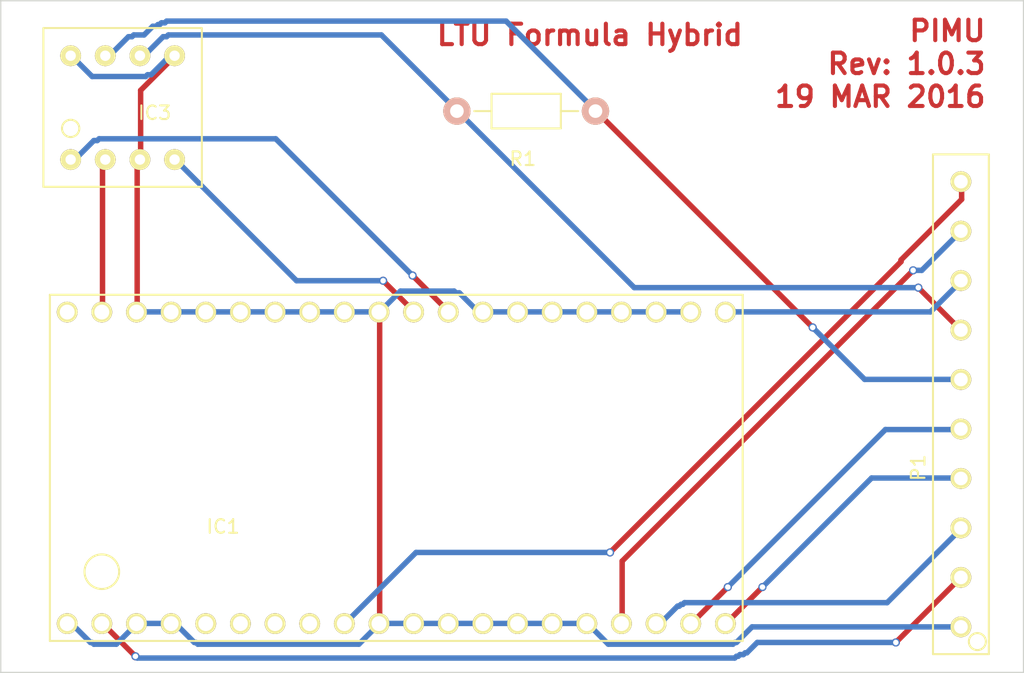
<source format=kicad_pcb>
(kicad_pcb (version 4) (host pcbnew 4.0.0-rc2-stable)

  (general
    (links 42)
    (no_connects 0)
    (area 145.415 91.44 220.599 140.843)
    (thickness 1.6)
    (drawings 6)
    (tracks 220)
    (zones 0)
    (modules 4)
    (nets 19)
  )

  (page A4)
  (title_block
    (title "Powertrain Integration Module")
    (date 2016-02-27)
    (rev 1.0)
    (company "LTU Formula Hybrid")
  )

  (layers
    (0 F.Cu signal)
    (31 B.Cu signal)
    (32 B.Adhes user)
    (33 F.Adhes user)
    (34 B.Paste user)
    (35 F.Paste user)
    (36 B.SilkS user)
    (37 F.SilkS user)
    (38 B.Mask user)
    (39 F.Mask user)
    (40 Dwgs.User user)
    (41 Cmts.User user)
    (42 Eco1.User user)
    (43 Eco2.User user)
    (44 Edge.Cuts user)
    (45 Margin user)
    (46 B.CrtYd user)
    (47 F.CrtYd user)
    (48 B.Fab user)
    (49 F.Fab user)
  )

  (setup
    (last_trace_width 0.4)
    (trace_clearance 0.5)
    (zone_clearance 0.508)
    (zone_45_only no)
    (trace_min 0.2)
    (segment_width 0.2)
    (edge_width 0.0254)
    (via_size 0.6)
    (via_drill 0.4)
    (via_min_size 0.4)
    (via_min_drill 0.3)
    (uvia_size 0.3)
    (uvia_drill 0.1)
    (uvias_allowed no)
    (uvia_min_size 0.2)
    (uvia_min_drill 0.1)
    (pcb_text_width 0.3)
    (pcb_text_size 1.5 1.5)
    (mod_edge_width 0.15)
    (mod_text_size 1 1)
    (mod_text_width 0.15)
    (pad_size 1.524 1.524)
    (pad_drill 0.762)
    (pad_to_mask_clearance 0.2)
    (aux_axis_origin 0 0)
    (visible_elements 7FFFFFFF)
    (pcbplotparams
      (layerselection 0x01030_80000001)
      (usegerberextensions true)
      (excludeedgelayer true)
      (linewidth 0.600000)
      (plotframeref false)
      (viasonmask false)
      (mode 1)
      (useauxorigin false)
      (hpglpennumber 1)
      (hpglpenspeed 20)
      (hpglpendiameter 15)
      (hpglpenoverlay 2)
      (psnegative false)
      (psa4output false)
      (plotreference true)
      (plotvalue true)
      (plotinvisibletext false)
      (padsonsilk false)
      (subtractmaskfromsilk false)
      (outputformat 1)
      (mirror false)
      (drillshape 0)
      (scaleselection 1)
      (outputdirectory pim_pcb/))
  )

  (net 0 "")
  (net 1 GND)
  (net 2 10VDC)
  (net 3 EM_MC)
  (net 4 "Net-(IC1-Pad29)")
  (net 5 "Net-(IC1-Pad30)")
  (net 6 "Net-(IC1-Pad39)")
  (net 7 3.3V)
  (net 8 CANL)
  (net 9 CANH)
  (net 10 FAN_CTRL)
  (net 11 MC_CTRL)
  (net 12 GPIO_01)
  (net 13 GPIO_02)
  (net 14 GPIO_03)
  (net 15 GPIO_04)
  (net 16 TP_CH2)
  (net 17 TP_CH1)
  (net 18 STARTER_SIG)

  (net_class Default "This is the default net class."
    (clearance 0.5)
    (trace_width 0.4)
    (via_dia 0.6)
    (via_drill 0.4)
    (uvia_dia 0.3)
    (uvia_drill 0.1)
    (add_net 10VDC)
    (add_net 3.3V)
    (add_net CANH)
    (add_net CANL)
    (add_net EM_MC)
    (add_net FAN_CTRL)
    (add_net GND)
    (add_net GPIO_01)
    (add_net GPIO_02)
    (add_net GPIO_03)
    (add_net GPIO_04)
    (add_net MC_CTRL)
    (add_net "Net-(IC1-Pad29)")
    (add_net "Net-(IC1-Pad30)")
    (add_net "Net-(IC1-Pad39)")
    (add_net STARTER_SIG)
    (add_net TP_CH1)
    (add_net TP_CH2)
  )

  (module schematic:LPC1768 (layer F.Cu) (tedit 56E85A06) (tstamp 56ED72E9)
    (at 149.1742 113.17224)
    (path /56C3976E)
    (fp_text reference IC1 (at 12.7 17.01) (layer F.SilkS)
      (effects (font (size 1 1) (thickness 0.15)))
    )
    (fp_text value LPC1768 (at 5.08 17.28) (layer F.Fab)
      (effects (font (size 1 1) (thickness 0.15)))
    )
    (fp_circle (center 3.81 20.32) (end 5.08 20.32) (layer F.SilkS) (width 0.15))
    (fp_line (start 0 0) (end 0 25.4) (layer F.SilkS) (width 0.15))
    (fp_line (start 0 25.4) (end 50.8 25.4) (layer F.SilkS) (width 0.15))
    (fp_line (start 50.8 25.4) (end 50.8 0) (layer F.SilkS) (width 0.15))
    (fp_line (start 50.8 0) (end 0 0) (layer F.SilkS) (width 0.15))
    (pad 1 thru_hole circle (at 1.27 24.13) (size 1.524 1.524) (drill 1.09) (layers *.Cu *.Mask F.SilkS)
      (net 1 GND))
    (pad 2 thru_hole circle (at 3.81 24.13) (size 1.524 1.524) (drill 1.09) (layers *.Cu *.Mask F.SilkS)
      (net 2 10VDC))
    (pad 3 thru_hole circle (at 6.35 24.13) (size 1.524 1.524) (drill 1.09) (layers *.Cu *.Mask F.SilkS)
      (net 1 GND))
    (pad 4 thru_hole circle (at 8.89 24.13) (size 1.524 1.524) (drill 1.09) (layers *.Cu *.Mask F.SilkS)
      (net 1 GND))
    (pad 5 thru_hole circle (at 11.43 24.13) (size 1.524 1.524) (drill 1.09) (layers *.Cu *.Mask F.SilkS)
      (net 12 GPIO_01))
    (pad 6 thru_hole circle (at 13.97 24.13) (size 1.524 1.524) (drill 1.09) (layers *.Cu *.Mask F.SilkS)
      (net 13 GPIO_02))
    (pad 7 thru_hole circle (at 16.51 24.13) (size 1.524 1.524) (drill 1.09) (layers *.Cu *.Mask F.SilkS)
      (net 14 GPIO_03))
    (pad 8 thru_hole circle (at 19.05 24.13) (size 1.524 1.524) (drill 1.09) (layers *.Cu *.Mask F.SilkS)
      (net 15 GPIO_04))
    (pad 9 thru_hole circle (at 21.59 24.13) (size 1.524 1.524) (drill 1.09) (layers *.Cu *.Mask F.SilkS)
      (net 18 STARTER_SIG))
    (pad 10 thru_hole circle (at 24.13 24.13) (size 1.524 1.524) (drill 1.09) (layers *.Cu *.Mask F.SilkS)
      (net 1 GND))
    (pad 11 thru_hole circle (at 26.67 24.13) (size 1.524 1.524) (drill 1.09) (layers *.Cu *.Mask F.SilkS)
      (net 1 GND))
    (pad 12 thru_hole circle (at 29.21 24.13) (size 1.524 1.524) (drill 1.09) (layers *.Cu *.Mask F.SilkS)
      (net 1 GND))
    (pad 13 thru_hole circle (at 31.75 24.13) (size 1.524 1.524) (drill 1.09) (layers *.Cu *.Mask F.SilkS)
      (net 1 GND))
    (pad 14 thru_hole circle (at 34.29 24.13) (size 1.524 1.524) (drill 1.09) (layers *.Cu *.Mask F.SilkS)
      (net 1 GND))
    (pad 15 thru_hole circle (at 36.83 24.13) (size 1.524 1.524) (drill 1.09) (layers *.Cu *.Mask F.SilkS)
      (net 1 GND))
    (pad 16 thru_hole circle (at 39.37 24.13) (size 1.524 1.524) (drill 1.09) (layers *.Cu *.Mask F.SilkS)
      (net 1 GND))
    (pad 17 thru_hole circle (at 41.91 24.13) (size 1.524 1.524) (drill 1.09) (layers *.Cu *.Mask F.SilkS)
      (net 10 FAN_CTRL))
    (pad 18 thru_hole circle (at 44.45 24.13) (size 1.524 1.524) (drill 1.09) (layers *.Cu *.Mask F.SilkS)
      (net 3 EM_MC))
    (pad 19 thru_hole circle (at 46.99 24.13) (size 1.524 1.524) (drill 1.09) (layers *.Cu *.Mask F.SilkS)
      (net 16 TP_CH2))
    (pad 20 thru_hole circle (at 49.53 24.13) (size 1.524 1.524) (drill 1.09) (layers *.Cu *.Mask F.SilkS)
      (net 17 TP_CH1))
    (pad 21 thru_hole circle (at 49.53 1.27) (size 1.524 1.524) (drill 1.09) (layers *.Cu *.Mask F.SilkS)
      (net 11 MC_CTRL))
    (pad 22 thru_hole circle (at 46.99 1.27) (size 1.524 1.524) (drill 1.09) (layers *.Cu *.Mask F.SilkS)
      (net 1 GND))
    (pad 23 thru_hole circle (at 44.45 1.27) (size 1.524 1.524) (drill 1.09) (layers *.Cu *.Mask F.SilkS)
      (net 1 GND))
    (pad 24 thru_hole circle (at 41.91 1.27) (size 1.524 1.524) (drill 1.09) (layers *.Cu *.Mask F.SilkS)
      (net 1 GND))
    (pad 25 thru_hole circle (at 39.37 1.27) (size 1.524 1.524) (drill 1.09) (layers *.Cu *.Mask F.SilkS)
      (net 1 GND))
    (pad 26 thru_hole circle (at 36.83 1.27) (size 1.524 1.524) (drill 1.09) (layers *.Cu *.Mask F.SilkS)
      (net 1 GND))
    (pad 27 thru_hole circle (at 34.29 1.27) (size 1.524 1.524) (drill 1.09) (layers *.Cu *.Mask F.SilkS)
      (net 1 GND))
    (pad 28 thru_hole circle (at 31.75 1.27) (size 1.524 1.524) (drill 1.09) (layers *.Cu *.Mask F.SilkS)
      (net 1 GND))
    (pad 29 thru_hole circle (at 29.21 1.27) (size 1.524 1.524) (drill 1.09) (layers *.Cu *.Mask F.SilkS)
      (net 4 "Net-(IC1-Pad29)"))
    (pad 30 thru_hole circle (at 26.67 1.27) (size 1.524 1.524) (drill 1.09) (layers *.Cu *.Mask F.SilkS)
      (net 5 "Net-(IC1-Pad30)"))
    (pad 31 thru_hole circle (at 24.13 1.27) (size 1.524 1.524) (drill 1.09) (layers *.Cu *.Mask F.SilkS)
      (net 1 GND))
    (pad 32 thru_hole circle (at 21.59 1.27) (size 1.524 1.524) (drill 1.09) (layers *.Cu *.Mask F.SilkS)
      (net 1 GND))
    (pad 33 thru_hole circle (at 19.05 1.27) (size 1.524 1.524) (drill 1.09) (layers *.Cu *.Mask F.SilkS)
      (net 1 GND))
    (pad 34 thru_hole circle (at 16.51 1.27) (size 1.524 1.524) (drill 1.09) (layers *.Cu *.Mask F.SilkS)
      (net 1 GND))
    (pad 35 thru_hole circle (at 13.97 1.27) (size 1.524 1.524) (drill 1.09) (layers *.Cu *.Mask F.SilkS)
      (net 1 GND))
    (pad 36 thru_hole circle (at 11.43 1.27) (size 1.524 1.524) (drill 1.09) (layers *.Cu *.Mask F.SilkS)
      (net 1 GND))
    (pad 37 thru_hole circle (at 8.89 1.27) (size 1.524 1.524) (drill 1.09) (layers *.Cu *.Mask F.SilkS)
      (net 1 GND))
    (pad 38 thru_hole circle (at 6.35 1.27) (size 1.524 1.524) (drill 1.09) (layers *.Cu *.Mask F.SilkS)
      (net 1 GND))
    (pad 39 thru_hole circle (at 3.81 1.27) (size 1.524 1.524) (drill 1.09) (layers *.Cu *.Mask F.SilkS)
      (net 6 "Net-(IC1-Pad39)"))
    (pad 40 thru_hole circle (at 1.27 1.27) (size 1.524 1.524) (drill 1.09) (layers *.Cu *.Mask F.SilkS)
      (net 7 3.3V))
  )

  (module schematic:MCP2551-ESN (layer F.Cu) (tedit 56DF8C0E) (tstamp 56ED72FA)
    (at 150.6982 103.251)
    (path /56C39E16)
    (fp_text reference IC3 (at 6.1595 -3.429) (layer F.SilkS)
      (effects (font (size 1 1) (thickness 0.15)))
    )
    (fp_text value MCP2551 (at 4.1275 -5.207) (layer F.Fab)
      (effects (font (size 1 1) (thickness 0.15)))
    )
    (fp_circle (center 0 -2.286) (end 0.635 -2.286) (layer F.SilkS) (width 0.15))
    (fp_line (start -2 2) (end 9.62 2) (layer F.SilkS) (width 0.15))
    (fp_line (start -2 -9.652) (end 9.62 -9.652) (layer F.SilkS) (width 0.15))
    (fp_line (start 9.62 2) (end 9.62 -9.62) (layer F.SilkS) (width 0.15))
    (fp_line (start -2 2) (end -2 -9.62) (layer F.SilkS) (width 0.15))
    (pad 1 thru_hole circle (at 0 0) (size 1.524 1.524) (drill 0.762) (layers *.Cu *.Mask F.SilkS)
      (net 4 "Net-(IC1-Pad29)"))
    (pad 2 thru_hole circle (at 2.54 0) (size 1.524 1.524) (drill 0.762) (layers *.Cu *.Mask F.SilkS)
      (net 6 "Net-(IC1-Pad39)"))
    (pad 3 thru_hole circle (at 5.08 0) (size 1.524 1.524) (drill 0.762) (layers *.Cu *.Mask F.SilkS)
      (net 1 GND))
    (pad 4 thru_hole circle (at 7.62 0) (size 1.524 1.524) (drill 0.762) (layers *.Cu *.Mask F.SilkS)
      (net 5 "Net-(IC1-Pad30)"))
    (pad 8 thru_hole circle (at 0 -7.62) (size 1.524 1.524) (drill 0.762) (layers *.Cu *.Mask F.SilkS)
      (net 1 GND))
    (pad 7 thru_hole circle (at 2.54 -7.62) (size 1.524 1.524) (drill 0.762) (layers *.Cu *.Mask F.SilkS)
      (net 9 CANH))
    (pad 6 thru_hole circle (at 5.08 -7.62) (size 1.524 1.524) (drill 0.762) (layers *.Cu *.Mask F.SilkS)
      (net 8 CANL))
    (pad 5 thru_hole circle (at 7.62 -7.62) (size 1.524 1.524) (drill 0.762) (layers *.Cu *.Mask F.SilkS)
      (net 1 GND))
  )

  (module schematic:CONN_01X10_CUST (layer F.Cu) (tedit 56ED7562) (tstamp 56ED730D)
    (at 215.9762 137.541 90)
    (path /56E87048)
    (fp_text reference P1 (at 11.67892 -3.12928 90) (layer F.SilkS)
      (effects (font (size 1 1) (thickness 0.15)))
    )
    (fp_text value CONN_01X10 (at 3.52044 -3.24104 90) (layer F.Fab)
      (effects (font (size 1 1) (thickness 0.15)))
    )
    (fp_circle (center -1.0795 1.20396) (end -0.508 0.94996) (layer F.SilkS) (width 0.15))
    (fp_line (start 34.67 -2.05054) (end 34.67 2.04546) (layer F.SilkS) (width 0.15))
    (fp_line (start -2 -2.05054) (end -2 2.04546) (layer F.SilkS) (width 0.15))
    (fp_line (start -2 -2.05054) (end 34.67 -2.05054) (layer F.SilkS) (width 0.15))
    (fp_line (start -2 2.04546) (end 34.67 2.04546) (layer F.SilkS) (width 0.15))
    (pad 1 thru_hole circle (at 0 -0.00254 90) (size 1.524 1.524) (drill 1) (layers *.Cu *.Mask F.SilkS)
      (net 1 GND))
    (pad 2 thru_hole circle (at 3.63 -0.00254 90) (size 1.524 1.524) (drill 1) (layers *.Cu *.Mask F.SilkS)
      (net 2 10VDC))
    (pad 3 thru_hole circle (at 7.26 -0.00254 90) (size 1.524 1.524) (drill 1) (layers *.Cu *.Mask F.SilkS)
      (net 3 EM_MC))
    (pad 4 thru_hole circle (at 10.89 -0.00254 90) (size 1.524 1.524) (drill 1) (layers *.Cu *.Mask F.SilkS)
      (net 17 TP_CH1))
    (pad 5 thru_hole circle (at 14.52 -0.00254 90) (size 1.524 1.524) (drill 1) (layers *.Cu *.Mask B.Adhes F.SilkS)
      (net 16 TP_CH2))
    (pad 6 thru_hole circle (at 18.15 -0.00254 90) (size 1.524 1.524) (drill 1) (layers *.Cu *.Mask B.Adhes F.SilkS)
      (net 9 CANH))
    (pad 7 thru_hole circle (at 21.78 -0.00254 90) (size 1.524 1.524) (drill 1) (layers *.Cu *.Mask F.SilkS)
      (net 8 CANL))
    (pad 8 thru_hole circle (at 25.41 -0.00254 90) (size 1.524 1.524) (drill 1) (layers *.Cu *.Mask F.SilkS)
      (net 11 MC_CTRL))
    (pad 9 thru_hole circle (at 29.04 -0.00254 90) (size 1.524 1.524) (drill 1) (layers *.Cu *.Mask F.SilkS)
      (net 10 FAN_CTRL))
    (pad 10 thru_hole circle (at 32.67 -0.00254 90) (size 1.524 1.524) (drill 1) (layers *.Cu *.Mask F.SilkS)
      (net 18 STARTER_SIG))
  )

  (module Resistors_ThroughHole:Resistor_Horizontal_RM10mm (layer F.Cu) (tedit 56648415) (tstamp 56ED731D)
    (at 189.1792 99.695 180)
    (descr "Resistor, Axial,  RM 10mm, 1/3W")
    (tags "Resistor Axial RM 10mm 1/3W")
    (path /56D1C933)
    (fp_text reference R1 (at 5.32892 -3.50012 180) (layer F.SilkS)
      (effects (font (size 1 1) (thickness 0.15)))
    )
    (fp_text value 120 (at 5.08 3.81 180) (layer F.Fab)
      (effects (font (size 1 1) (thickness 0.15)))
    )
    (fp_line (start -1.25 -1.5) (end 11.4 -1.5) (layer F.CrtYd) (width 0.05))
    (fp_line (start -1.25 1.5) (end -1.25 -1.5) (layer F.CrtYd) (width 0.05))
    (fp_line (start 11.4 -1.5) (end 11.4 1.5) (layer F.CrtYd) (width 0.05))
    (fp_line (start -1.25 1.5) (end 11.4 1.5) (layer F.CrtYd) (width 0.05))
    (fp_line (start 2.54 -1.27) (end 7.62 -1.27) (layer F.SilkS) (width 0.15))
    (fp_line (start 7.62 -1.27) (end 7.62 1.27) (layer F.SilkS) (width 0.15))
    (fp_line (start 7.62 1.27) (end 2.54 1.27) (layer F.SilkS) (width 0.15))
    (fp_line (start 2.54 1.27) (end 2.54 -1.27) (layer F.SilkS) (width 0.15))
    (fp_line (start 2.54 0) (end 1.27 0) (layer F.SilkS) (width 0.15))
    (fp_line (start 7.62 0) (end 8.89 0) (layer F.SilkS) (width 0.15))
    (pad 1 thru_hole circle (at 0 0 180) (size 1.99898 1.99898) (drill 1.00076) (layers *.Cu *.SilkS *.Mask)
      (net 9 CANH))
    (pad 2 thru_hole circle (at 10.16 0 180) (size 1.99898 1.99898) (drill 1.00076) (layers *.Cu *.SilkS *.Mask)
      (net 8 CANL))
    (model Resistors_ThroughHole.3dshapes/Resistor_Horizontal_RM10mm.wrl
      (at (xyz 0.2 0 0))
      (scale (xyz 0.4 0.4 0.4))
      (rotate (xyz 0 0 0))
    )
  )

  (gr_text "LTU Formula Hybrid" (at 188.76264 94.10192) (layer F.Cu)
    (effects (font (size 1.5 1.5) (thickness 0.3)))
  )
  (gr_text "PIMU\nRev: 1.0.3\n19 MAR 2016" (at 217.932 96.22536) (layer F.Cu)
    (effects (font (size 1.5 1.5) (thickness 0.3)) (justify right))
  )
  (gr_line (start 145.5674 91.5924) (end 220.5674 91.5924) (angle 90) (layer Edge.Cuts) (width 0.1) (tstamp 56ED73CA))
  (gr_line (start 145.5674 140.8874) (end 220.5674 140.8874) (angle 90) (layer Edge.Cuts) (width 0.1))
  (gr_line (start 220.5674 91.5924) (end 220.5674 140.8874) (angle 90) (layer Edge.Cuts) (width 0.1) (tstamp 56ED739A))
  (gr_line (start 145.5674 91.5924) (end 145.5674 140.8874) (angle 90) (layer Edge.Cuts) (width 0.1))

  (segment (start 188.5442 137.30224) (end 188.595 137.287) (width 0.4) (layer B.Cu) (net 1) (status 80000))
  (segment (start 188.595 137.287) (end 190.119 138.811) (width 0.4) (layer B.Cu) (net 1) (status 80000))
  (segment (start 190.119 138.811) (end 199.263 138.811) (width 0.4) (layer B.Cu) (net 1) (status 80000))
  (segment (start 199.263 138.811) (end 199.39 138.684) (width 0.4) (layer B.Cu) (net 1) (status 80000))
  (segment (start 199.39 138.684) (end 199.517 138.684) (width 0.4) (layer B.Cu) (net 1) (status 80000))
  (segment (start 199.517 138.684) (end 200.66 137.541) (width 0.4) (layer B.Cu) (net 1) (status 80000))
  (segment (start 200.66 137.541) (end 215.97366 137.541) (width 0.4) (layer B.Cu) (net 1) (status 80000))
  (segment (start 173.3042 114.44224) (end 173.355 114.427) (width 0.4) (layer F.Cu) (net 1) (status 80000))
  (segment (start 173.355 114.427) (end 173.355 137.287) (width 0.4) (layer F.Cu) (net 1) (status 80000))
  (segment (start 173.355 137.287) (end 173.3042 137.30224) (width 0.4) (layer F.Cu) (net 1) (tstamp 56ED76CE) (status 80000))
  (segment (start 158.3182 95.631) (end 158.369 95.631) (width 0.4) (layer F.Cu) (net 1) (status 80000))
  (segment (start 158.369 95.631) (end 155.829 98.171) (width 0.4) (layer F.Cu) (net 1) (status 80000))
  (segment (start 155.829 98.171) (end 155.829 103.251) (width 0.4) (layer F.Cu) (net 1) (status 80000))
  (segment (start 155.829 103.251) (end 155.7782 103.251) (width 0.4) (layer F.Cu) (net 1) (tstamp 56ED76CD) (status 80000))
  (segment (start 173.3042 137.30224) (end 173.355 137.287) (width 0.4) (layer B.Cu) (net 1) (status 80000))
  (segment (start 173.355 137.287) (end 171.831 138.811) (width 0.4) (layer B.Cu) (net 1) (status 80000))
  (segment (start 171.831 138.811) (end 160.02 138.811) (width 0.4) (layer B.Cu) (net 1) (status 80000))
  (segment (start 160.02 138.811) (end 159.893 138.684) (width 0.4) (layer B.Cu) (net 1) (status 80000))
  (segment (start 159.893 138.684) (end 159.766 138.684) (width 0.4) (layer B.Cu) (net 1) (status 80000))
  (segment (start 159.766 138.684) (end 158.369 137.287) (width 0.4) (layer B.Cu) (net 1) (status 80000))
  (segment (start 158.369 137.287) (end 158.115 137.287) (width 0.4) (layer B.Cu) (net 1) (status 80000))
  (segment (start 158.115 137.287) (end 158.0642 137.30224) (width 0.4) (layer B.Cu) (net 1) (tstamp 56ED76CC) (status 80000))
  (segment (start 155.7782 103.251) (end 155.829 103.251) (width 0.4) (layer F.Cu) (net 1) (status 80000))
  (segment (start 155.829 103.251) (end 155.575 103.505) (width 0.4) (layer F.Cu) (net 1) (status 80000))
  (segment (start 155.575 103.505) (end 155.575 114.427) (width 0.4) (layer F.Cu) (net 1) (status 80000))
  (segment (start 155.575 114.427) (end 155.5242 114.44224) (width 0.4) (layer F.Cu) (net 1) (tstamp 56ED76CA) (status 80000))
  (segment (start 173.3042 114.44224) (end 173.355 114.427) (width 0.4) (layer B.Cu) (net 1) (status 80000))
  (segment (start 173.355 114.427) (end 174.879 112.903) (width 0.4) (layer B.Cu) (net 1) (status 80000))
  (segment (start 174.879 112.903) (end 178.816 112.903) (width 0.4) (layer B.Cu) (net 1) (status 80000))
  (segment (start 178.816 112.903) (end 178.943 113.03) (width 0.4) (layer B.Cu) (net 1) (status 80000))
  (segment (start 178.943 113.03) (end 179.197 113.03) (width 0.4) (layer B.Cu) (net 1) (status 80000))
  (segment (start 179.197 113.03) (end 180.594 114.427) (width 0.4) (layer B.Cu) (net 1) (status 80000))
  (segment (start 180.594 114.427) (end 180.975 114.427) (width 0.4) (layer B.Cu) (net 1) (status 80000))
  (segment (start 180.975 114.427) (end 180.9242 114.44224) (width 0.4) (layer B.Cu) (net 1) (tstamp 56ED76C9) (status 80000))
  (segment (start 150.6982 95.631) (end 150.749 95.631) (width 0.4) (layer B.Cu) (net 1) (status 80000))
  (segment (start 150.749 95.631) (end 152.273 97.155) (width 0.4) (layer B.Cu) (net 1) (status 80000))
  (segment (start 152.273 97.155) (end 156.21 97.155) (width 0.4) (layer B.Cu) (net 1) (status 80000))
  (segment (start 156.21 97.155) (end 156.337 97.028) (width 0.4) (layer B.Cu) (net 1) (status 80000))
  (segment (start 156.337 97.028) (end 156.591 97.028) (width 0.4) (layer B.Cu) (net 1) (status 80000))
  (segment (start 156.591 97.028) (end 157.988 95.631) (width 0.4) (layer B.Cu) (net 1) (status 80000))
  (segment (start 157.988 95.631) (end 158.3182 95.631) (width 0.4) (layer B.Cu) (net 1) (status 80000))
  (segment (start 155.5242 137.30224) (end 155.575 137.287) (width 0.4) (layer B.Cu) (net 1) (status 80000))
  (segment (start 155.575 137.287) (end 154.051 138.811) (width 0.4) (layer B.Cu) (net 1) (status 80000))
  (segment (start 154.051 138.811) (end 152.4 138.811) (width 0.4) (layer B.Cu) (net 1) (status 80000))
  (segment (start 152.4 138.811) (end 152.273 138.684) (width 0.4) (layer B.Cu) (net 1) (status 80000))
  (segment (start 152.273 138.684) (end 152.146 138.684) (width 0.4) (layer B.Cu) (net 1) (status 80000))
  (segment (start 152.146 138.684) (end 150.749 137.287) (width 0.4) (layer B.Cu) (net 1) (status 80000))
  (segment (start 150.749 137.287) (end 150.495 137.287) (width 0.4) (layer B.Cu) (net 1) (status 80000))
  (segment (start 150.495 137.287) (end 150.4442 137.30224) (width 0.4) (layer B.Cu) (net 1) (tstamp 56ED76C8) (status 80000))
  (segment (start 155.5242 114.44224) (end 155.575 114.427) (width 0.4) (layer B.Cu) (net 1) (status 80000))
  (segment (start 155.575 114.427) (end 158.115 114.427) (width 0.4) (layer B.Cu) (net 1) (status 80000))
  (segment (start 158.115 114.427) (end 158.0642 114.44224) (width 0.4) (layer B.Cu) (net 1) (tstamp 56ED76C7) (status 80000))
  (segment (start 158.0642 114.44224) (end 158.115 114.427) (width 0.4) (layer B.Cu) (net 1) (status 80000))
  (segment (start 158.115 114.427) (end 160.655 114.427) (width 0.4) (layer B.Cu) (net 1) (status 80000))
  (segment (start 160.655 114.427) (end 160.6042 114.44224) (width 0.4) (layer B.Cu) (net 1) (tstamp 56ED76C6) (status 80000))
  (segment (start 160.6042 114.44224) (end 160.655 114.427) (width 0.4) (layer B.Cu) (net 1) (status 80000))
  (segment (start 160.655 114.427) (end 163.195 114.427) (width 0.4) (layer B.Cu) (net 1) (status 80000))
  (segment (start 163.195 114.427) (end 163.1442 114.44224) (width 0.4) (layer B.Cu) (net 1) (tstamp 56ED76C5) (status 80000))
  (segment (start 163.1442 114.44224) (end 163.195 114.427) (width 0.4) (layer B.Cu) (net 1) (status 80000))
  (segment (start 163.195 114.427) (end 165.735 114.427) (width 0.4) (layer B.Cu) (net 1) (status 80000))
  (segment (start 165.735 114.427) (end 165.6842 114.44224) (width 0.4) (layer B.Cu) (net 1) (tstamp 56ED76C4) (status 80000))
  (segment (start 165.6842 114.44224) (end 165.735 114.427) (width 0.4) (layer B.Cu) (net 1) (status 80000))
  (segment (start 165.735 114.427) (end 168.275 114.427) (width 0.4) (layer B.Cu) (net 1) (status 80000))
  (segment (start 168.275 114.427) (end 168.2242 114.44224) (width 0.4) (layer B.Cu) (net 1) (tstamp 56ED76C3) (status 80000))
  (segment (start 170.7642 114.44224) (end 170.815 114.427) (width 0.4) (layer B.Cu) (net 1) (status 80000))
  (segment (start 170.815 114.427) (end 173.355 114.427) (width 0.4) (layer B.Cu) (net 1) (status 80000))
  (segment (start 173.355 114.427) (end 173.3042 114.44224) (width 0.4) (layer B.Cu) (net 1) (tstamp 56ED76C2) (status 80000))
  (segment (start 158.0642 137.30224) (end 158.115 137.287) (width 0.4) (layer B.Cu) (net 1) (status 80000))
  (segment (start 158.115 137.287) (end 155.575 137.287) (width 0.4) (layer B.Cu) (net 1) (status 80000))
  (segment (start 155.575 137.287) (end 155.5242 137.30224) (width 0.4) (layer B.Cu) (net 1) (tstamp 56ED76C1) (status 80000))
  (segment (start 178.3842 137.30224) (end 178.435 137.287) (width 0.4) (layer B.Cu) (net 1) (status 80000))
  (segment (start 178.435 137.287) (end 180.975 137.287) (width 0.4) (layer B.Cu) (net 1) (status 80000))
  (segment (start 180.975 137.287) (end 180.9242 137.30224) (width 0.4) (layer B.Cu) (net 1) (tstamp 56ED76C0) (status 80000))
  (segment (start 186.0042 137.30224) (end 186.055 137.287) (width 0.4) (layer B.Cu) (net 1) (status 80000))
  (segment (start 186.055 137.287) (end 188.595 137.287) (width 0.4) (layer B.Cu) (net 1) (status 80000))
  (segment (start 188.595 137.287) (end 188.5442 137.30224) (width 0.4) (layer B.Cu) (net 1) (tstamp 56ED76BF) (status 80000))
  (segment (start 183.4642 137.30224) (end 183.515 137.287) (width 0.4) (layer B.Cu) (net 1) (status 80000))
  (segment (start 183.515 137.287) (end 186.055 137.287) (width 0.4) (layer B.Cu) (net 1) (status 80000))
  (segment (start 186.055 137.287) (end 186.0042 137.30224) (width 0.4) (layer B.Cu) (net 1) (tstamp 56ED76BE) (status 80000))
  (segment (start 180.9242 137.30224) (end 180.975 137.287) (width 0.4) (layer B.Cu) (net 1) (status 80000))
  (segment (start 180.975 137.287) (end 183.515 137.287) (width 0.4) (layer B.Cu) (net 1) (status 80000))
  (segment (start 183.515 137.287) (end 183.4642 137.30224) (width 0.4) (layer B.Cu) (net 1) (tstamp 56ED76BD) (status 80000))
  (segment (start 175.8442 137.30224) (end 175.895 137.287) (width 0.4) (layer B.Cu) (net 1) (status 80000))
  (segment (start 175.895 137.287) (end 178.435 137.287) (width 0.4) (layer B.Cu) (net 1) (status 80000))
  (segment (start 178.435 137.287) (end 178.3842 137.30224) (width 0.4) (layer B.Cu) (net 1) (tstamp 56ED76BC) (status 80000))
  (segment (start 193.6242 114.44224) (end 193.675 114.427) (width 0.4) (layer B.Cu) (net 1) (status 80000))
  (segment (start 193.675 114.427) (end 196.215 114.427) (width 0.4) (layer B.Cu) (net 1) (status 80000))
  (segment (start 196.215 114.427) (end 196.1642 114.44224) (width 0.4) (layer B.Cu) (net 1) (tstamp 56ED76BB) (status 80000))
  (segment (start 191.0842 114.44224) (end 191.135 114.427) (width 0.4) (layer B.Cu) (net 1) (status 80000))
  (segment (start 191.135 114.427) (end 193.675 114.427) (width 0.4) (layer B.Cu) (net 1) (status 80000))
  (segment (start 193.675 114.427) (end 193.6242 114.44224) (width 0.4) (layer B.Cu) (net 1) (tstamp 56ED76BA) (status 80000))
  (segment (start 188.5442 114.44224) (end 188.595 114.427) (width 0.4) (layer B.Cu) (net 1) (status 80000))
  (segment (start 188.595 114.427) (end 191.135 114.427) (width 0.4) (layer B.Cu) (net 1) (status 80000))
  (segment (start 191.135 114.427) (end 191.0842 114.44224) (width 0.4) (layer B.Cu) (net 1) (tstamp 56ED76B9) (status 80000))
  (segment (start 186.0042 114.44224) (end 186.055 114.427) (width 0.4) (layer B.Cu) (net 1) (status 80000))
  (segment (start 186.055 114.427) (end 188.595 114.427) (width 0.4) (layer B.Cu) (net 1) (status 80000))
  (segment (start 188.595 114.427) (end 188.5442 114.44224) (width 0.4) (layer B.Cu) (net 1) (tstamp 56ED76B8) (status 80000))
  (segment (start 183.4642 114.44224) (end 183.515 114.427) (width 0.4) (layer B.Cu) (net 1) (status 80000))
  (segment (start 183.515 114.427) (end 186.055 114.427) (width 0.4) (layer B.Cu) (net 1) (status 80000))
  (segment (start 186.055 114.427) (end 186.0042 114.44224) (width 0.4) (layer B.Cu) (net 1) (tstamp 56ED76B7) (status 80000))
  (segment (start 180.9242 114.44224) (end 180.975 114.427) (width 0.4) (layer B.Cu) (net 1) (status 80000))
  (segment (start 180.975 114.427) (end 183.515 114.427) (width 0.4) (layer B.Cu) (net 1) (status 80000))
  (segment (start 183.515 114.427) (end 183.4642 114.44224) (width 0.4) (layer B.Cu) (net 1) (tstamp 56ED76B6) (status 80000))
  (segment (start 173.3042 137.30224) (end 173.355 137.287) (width 0.4) (layer B.Cu) (net 1) (status 80000))
  (segment (start 173.355 137.287) (end 175.895 137.287) (width 0.4) (layer B.Cu) (net 1) (status 80000))
  (segment (start 175.895 137.287) (end 175.8442 137.30224) (width 0.4) (layer B.Cu) (net 1) (tstamp 56ED76B5) (status 80000))
  (segment (start 168.2242 114.44224) (end 168.275 114.427) (width 0.4) (layer B.Cu) (net 1) (status 80000))
  (segment (start 168.275 114.427) (end 170.815 114.427) (width 0.4) (layer B.Cu) (net 1) (status 80000))
  (segment (start 170.815 114.427) (end 170.7642 114.44224) (width 0.4) (layer B.Cu) (net 1) (tstamp 56ED76B4) (status 80000))
  (segment (start 152.9842 137.30224) (end 153.035 137.287) (width 0.4) (layer F.Cu) (net 2) (status 80000))
  (segment (start 153.035 137.287) (end 155.448 139.7) (width 0.4) (layer F.Cu) (net 2) (status 80000))
  (via (at 155.448 139.7) (size 0.6) (layers F.Cu B.Cu) (net 2) (status 80000))
  (segment (start 155.448 139.7) (end 155.575 139.827) (width 0.4) (layer B.Cu) (net 2) (status 80000))
  (segment (start 155.575 139.827) (end 199.39 139.827) (width 0.4) (layer B.Cu) (net 2) (status 80000))
  (segment (start 199.39 139.827) (end 199.517 139.7) (width 0.4) (layer B.Cu) (net 2) (status 80000))
  (segment (start 199.517 139.7) (end 199.644 139.7) (width 0.4) (layer B.Cu) (net 2) (status 80000))
  (segment (start 199.644 139.7) (end 199.771 139.573) (width 0.4) (layer B.Cu) (net 2) (status 80000))
  (segment (start 199.771 139.573) (end 200.025 139.573) (width 0.4) (layer B.Cu) (net 2) (status 80000))
  (segment (start 200.025 139.573) (end 200.152 139.446) (width 0.4) (layer B.Cu) (net 2) (status 80000))
  (segment (start 200.152 139.446) (end 200.279 139.446) (width 0.4) (layer B.Cu) (net 2) (status 80000))
  (segment (start 200.279 139.446) (end 201.041 138.684) (width 0.4) (layer B.Cu) (net 2) (status 80000))
  (segment (start 201.041 138.684) (end 211.201 138.684) (width 0.4) (layer B.Cu) (net 2) (status 80000))
  (via (at 211.201 138.684) (size 0.6) (layers F.Cu B.Cu) (net 2) (status 80000))
  (segment (start 211.201 138.684) (end 216.027 133.858) (width 0.4) (layer F.Cu) (net 2) (status 80000))
  (segment (start 216.027 133.858) (end 215.97366 133.911) (width 0.4) (layer F.Cu) (net 2) (tstamp 56ED76D3) (status 80000))
  (segment (start 215.97366 130.281) (end 216.027 130.302) (width 0.4) (layer B.Cu) (net 3) (status 80000))
  (segment (start 216.027 130.302) (end 210.566 135.763) (width 0.4) (layer B.Cu) (net 3) (status 80000))
  (segment (start 210.566 135.763) (end 195.707 135.763) (width 0.4) (layer B.Cu) (net 3) (status 80000))
  (segment (start 195.707 135.763) (end 195.58 135.89) (width 0.4) (layer B.Cu) (net 3) (status 80000))
  (segment (start 195.58 135.89) (end 195.453 135.89) (width 0.4) (layer B.Cu) (net 3) (status 80000))
  (segment (start 195.453 135.89) (end 195.326 136.017) (width 0.4) (layer B.Cu) (net 3) (status 80000))
  (segment (start 195.326 136.017) (end 195.199 136.017) (width 0.4) (layer B.Cu) (net 3) (status 80000))
  (segment (start 195.199 136.017) (end 193.929 137.287) (width 0.4) (layer B.Cu) (net 3) (status 80000))
  (segment (start 193.929 137.287) (end 193.675 137.287) (width 0.4) (layer B.Cu) (net 3) (status 80000))
  (segment (start 193.675 137.287) (end 193.6242 137.30224) (width 0.4) (layer B.Cu) (net 3) (tstamp 56ED76D0) (status 80000))
  (segment (start 178.3842 114.44224) (end 178.435 114.427) (width 0.4) (layer F.Cu) (net 4) (status 80000))
  (segment (start 178.435 114.427) (end 175.768 111.76) (width 0.4) (layer F.Cu) (net 4) (status 80000))
  (via (at 175.768 111.76) (size 0.6) (layers F.Cu B.Cu) (net 4) (status 80000))
  (segment (start 175.768 111.76) (end 165.735 101.727) (width 0.4) (layer B.Cu) (net 4) (status 80000))
  (segment (start 165.735 101.727) (end 152.781 101.727) (width 0.4) (layer B.Cu) (net 4) (status 80000))
  (segment (start 152.781 101.727) (end 152.654 101.854) (width 0.4) (layer B.Cu) (net 4) (status 80000))
  (segment (start 152.654 101.854) (end 152.4 101.854) (width 0.4) (layer B.Cu) (net 4) (status 80000))
  (segment (start 152.4 101.854) (end 151.003 103.251) (width 0.4) (layer B.Cu) (net 4) (status 80000))
  (segment (start 151.003 103.251) (end 150.6982 103.251) (width 0.4) (layer B.Cu) (net 4) (status 80000))
  (segment (start 158.3182 103.251) (end 158.369 103.251) (width 0.4) (layer B.Cu) (net 5) (status 80000))
  (segment (start 158.369 103.251) (end 167.259 112.141) (width 0.4) (layer B.Cu) (net 5) (status 80000))
  (segment (start 167.259 112.141) (end 173.609 112.141) (width 0.4) (layer B.Cu) (net 5) (status 80000))
  (via (at 173.609 112.141) (size 0.6) (layers F.Cu B.Cu) (net 5) (status 80000))
  (segment (start 173.609 112.141) (end 175.895 114.427) (width 0.4) (layer F.Cu) (net 5) (status 80000))
  (segment (start 175.895 114.427) (end 175.8442 114.44224) (width 0.4) (layer F.Cu) (net 5) (tstamp 56ED76D2) (status 80000))
  (segment (start 153.2382 103.251) (end 153.289 103.251) (width 0.4) (layer F.Cu) (net 6) (status 80000))
  (segment (start 153.289 103.251) (end 153.035 103.505) (width 0.4) (layer F.Cu) (net 6) (status 80000))
  (segment (start 153.035 103.505) (end 153.035 114.427) (width 0.4) (layer F.Cu) (net 6) (status 80000))
  (segment (start 153.035 114.427) (end 152.9842 114.44224) (width 0.4) (layer F.Cu) (net 6) (tstamp 56ED76CB) (status 80000))
  (segment (start 179.0192 99.695) (end 179.07 99.695) (width 0.4) (layer B.Cu) (net 8) (status 80000))
  (segment (start 179.07 99.695) (end 192.024 112.649) (width 0.4) (layer B.Cu) (net 8) (status 80000))
  (segment (start 192.024 112.649) (end 212.852 112.649) (width 0.4) (layer B.Cu) (net 8) (status 80000))
  (via (at 212.852 112.649) (size 0.6) (layers F.Cu B.Cu) (net 8) (status 80000))
  (segment (start 212.852 112.649) (end 216.027 115.824) (width 0.4) (layer F.Cu) (net 8) (status 80000))
  (segment (start 216.027 115.824) (end 215.97366 115.761) (width 0.4) (layer F.Cu) (net 8) (tstamp 56ED76D5) (status 80000))
  (segment (start 179.0192 99.695) (end 179.07 99.695) (width 0.4) (layer B.Cu) (net 8) (status 80000))
  (segment (start 179.07 99.695) (end 173.482 94.107) (width 0.4) (layer B.Cu) (net 8) (status 80000))
  (segment (start 173.482 94.107) (end 157.861 94.107) (width 0.4) (layer B.Cu) (net 8) (status 80000))
  (segment (start 157.861 94.107) (end 157.734 94.234) (width 0.4) (layer B.Cu) (net 8) (status 80000))
  (segment (start 157.734 94.234) (end 157.48 94.234) (width 0.4) (layer B.Cu) (net 8) (status 80000))
  (segment (start 157.48 94.234) (end 156.083 95.631) (width 0.4) (layer B.Cu) (net 8) (status 80000))
  (segment (start 156.083 95.631) (end 155.7782 95.631) (width 0.4) (layer B.Cu) (net 8) (status 80000))
  (segment (start 189.1792 99.695) (end 189.23 99.695) (width 0.4) (layer F.Cu) (net 9) (status 80000))
  (segment (start 189.23 99.695) (end 205.105 115.57) (width 0.4) (layer F.Cu) (net 9) (status 80000))
  (via (at 205.105 115.57) (size 0.6) (layers F.Cu B.Cu) (net 9) (status 80000))
  (segment (start 205.105 115.57) (end 208.915 119.38) (width 0.4) (layer B.Cu) (net 9) (status 80000))
  (segment (start 208.915 119.38) (end 216.027 119.38) (width 0.4) (layer B.Cu) (net 9) (status 80000))
  (segment (start 216.027 119.38) (end 215.97366 119.391) (width 0.4) (layer B.Cu) (net 9) (tstamp 56ED76D6) (status 80000))
  (segment (start 189.1792 99.695) (end 189.23 99.695) (width 0.4) (layer B.Cu) (net 9) (status 80000))
  (segment (start 189.23 99.695) (end 182.626 93.091) (width 0.4) (layer B.Cu) (net 9) (status 80000))
  (segment (start 182.626 93.091) (end 157.734 93.091) (width 0.4) (layer B.Cu) (net 9) (status 80000))
  (segment (start 157.734 93.091) (end 157.607 93.218) (width 0.4) (layer B.Cu) (net 9) (status 80000))
  (segment (start 157.607 93.218) (end 157.353 93.218) (width 0.4) (layer B.Cu) (net 9) (status 80000))
  (segment (start 157.353 93.218) (end 157.226 93.345) (width 0.4) (layer B.Cu) (net 9) (status 80000))
  (segment (start 157.226 93.345) (end 157.099 93.345) (width 0.4) (layer B.Cu) (net 9) (status 80000))
  (segment (start 157.099 93.345) (end 156.972 93.472) (width 0.4) (layer B.Cu) (net 9) (status 80000))
  (segment (start 156.972 93.472) (end 156.718 93.472) (width 0.4) (layer B.Cu) (net 9) (status 80000))
  (segment (start 156.718 93.472) (end 156.083 94.107) (width 0.4) (layer B.Cu) (net 9) (status 80000))
  (segment (start 156.083 94.107) (end 155.321 94.107) (width 0.4) (layer B.Cu) (net 9) (status 80000))
  (segment (start 155.321 94.107) (end 155.194 94.234) (width 0.4) (layer B.Cu) (net 9) (status 80000))
  (segment (start 155.194 94.234) (end 154.94 94.234) (width 0.4) (layer B.Cu) (net 9) (status 80000))
  (segment (start 154.94 94.234) (end 153.543 95.631) (width 0.4) (layer B.Cu) (net 9) (status 80000))
  (segment (start 153.543 95.631) (end 153.2382 95.631) (width 0.4) (layer B.Cu) (net 9) (status 80000))
  (segment (start 215.97366 108.501) (end 216.027 108.458) (width 0.4) (layer B.Cu) (net 10) (status 80000))
  (segment (start 216.027 108.458) (end 213.106 111.379) (width 0.4) (layer B.Cu) (net 10) (status 80000))
  (segment (start 213.106 111.379) (end 212.471 111.379) (width 0.4) (layer B.Cu) (net 10) (status 80000))
  (via (at 212.471 111.379) (size 0.6) (layers F.Cu B.Cu) (net 10) (status 80000))
  (segment (start 212.471 111.379) (end 191.135 132.715) (width 0.4) (layer F.Cu) (net 10) (status 80000))
  (segment (start 191.135 132.715) (end 191.135 137.287) (width 0.4) (layer F.Cu) (net 10) (status 80000))
  (segment (start 191.135 137.287) (end 191.0842 137.30224) (width 0.4) (layer F.Cu) (net 10) (tstamp 56ED76D7) (status 80000))
  (segment (start 215.97366 112.131) (end 216.027 112.141) (width 0.4) (layer B.Cu) (net 11) (status 80000))
  (segment (start 216.027 112.141) (end 213.741 114.427) (width 0.4) (layer B.Cu) (net 11) (status 80000))
  (segment (start 213.741 114.427) (end 198.755 114.427) (width 0.4) (layer B.Cu) (net 11) (status 80000))
  (segment (start 198.755 114.427) (end 198.7042 114.44224) (width 0.4) (layer B.Cu) (net 11) (tstamp 56ED76CF) (status 80000))
  (segment (start 196.1642 137.30224) (end 196.215 137.287) (width 0.4) (layer F.Cu) (net 16) (status 80000))
  (segment (start 196.215 137.287) (end 198.882 134.62) (width 0.4) (layer F.Cu) (net 16) (status 80000))
  (via (at 198.882 134.62) (size 0.6) (layers F.Cu B.Cu) (net 16) (status 80000))
  (segment (start 198.882 134.62) (end 210.439 123.063) (width 0.4) (layer B.Cu) (net 16) (status 80000))
  (segment (start 210.439 123.063) (end 216.027 123.063) (width 0.4) (layer B.Cu) (net 16) (status 80000))
  (segment (start 216.027 123.063) (end 215.97366 123.021) (width 0.4) (layer B.Cu) (net 16) (tstamp 56ED76D4) (status 80000))
  (segment (start 198.7042 137.30224) (end 198.755 137.287) (width 0.4) (layer F.Cu) (net 17) (status 80000))
  (segment (start 198.755 137.287) (end 201.422 134.62) (width 0.4) (layer F.Cu) (net 17) (status 80000))
  (via (at 201.422 134.62) (size 0.6) (layers F.Cu B.Cu) (net 17) (status 80000))
  (segment (start 201.422 134.62) (end 209.423 126.619) (width 0.4) (layer B.Cu) (net 17) (status 80000))
  (segment (start 209.423 126.619) (end 216.027 126.619) (width 0.4) (layer B.Cu) (net 17) (status 80000))
  (segment (start 216.027 126.619) (end 215.97366 126.651) (width 0.4) (layer B.Cu) (net 17) (tstamp 56ED76D1) (status 80000))
  (segment (start 170.7642 137.30224) (end 170.815 137.287) (width 0.4) (layer B.Cu) (net 18) (status 80000))
  (segment (start 170.815 137.287) (end 176.022 132.08) (width 0.4) (layer B.Cu) (net 18) (status 80000))
  (segment (start 176.022 132.08) (end 190.246 132.08) (width 0.4) (layer B.Cu) (net 18) (status 80000))
  (via (at 190.246 132.08) (size 0.6) (layers F.Cu B.Cu) (net 18) (status 80000))
  (segment (start 190.246 132.08) (end 211.582 110.744) (width 0.4) (layer F.Cu) (net 18) (status 80000))
  (segment (start 211.582 110.744) (end 211.582 110.617) (width 0.4) (layer F.Cu) (net 18) (status 80000))
  (segment (start 211.582 110.617) (end 216.027 106.172) (width 0.4) (layer F.Cu) (net 18) (status 80000))
  (segment (start 216.027 106.172) (end 216.027 104.902) (width 0.4) (layer F.Cu) (net 18) (status 80000))
  (segment (start 216.027 104.902) (end 215.97366 104.871) (width 0.4) (layer F.Cu) (net 18) (tstamp 56ED76D8) (status 80000))

)

</source>
